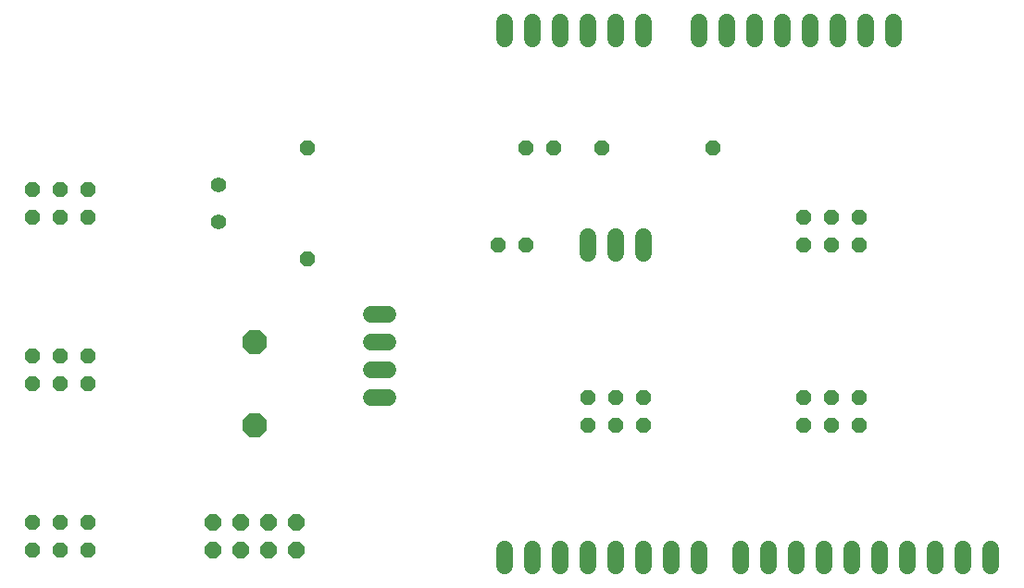
<source format=gbr>
G04 EAGLE Gerber RS-274X export*
G75*
%MOMM*%
%FSLAX34Y34*%
%LPD*%
%INSolderpaste Bottom*%
%IPPOS*%
%AMOC8*
5,1,8,0,0,1.08239X$1,22.5*%
G01*
%ADD10C,1.400000*%
%ADD11P,1.429621X8X112.500000*%
%ADD12P,1.539592X8X22.500000*%
%ADD13C,1.524000*%
%ADD14P,1.649562X8X22.500000*%
%ADD15P,2.336880X8X112.500000*%
%ADD16C,1.508000*%
%ADD17P,1.429621X8X202.500000*%


D10*
X246380Y385300D03*
X246380Y351300D03*
D11*
X327660Y317500D03*
X327660Y419100D03*
D12*
X76200Y355600D03*
X76200Y381000D03*
X101600Y355600D03*
X101600Y381000D03*
X127000Y355600D03*
X127000Y381000D03*
X76200Y203200D03*
X76200Y228600D03*
X101600Y203200D03*
X101600Y228600D03*
X127000Y203200D03*
X127000Y228600D03*
X76200Y50800D03*
X76200Y76200D03*
X101600Y50800D03*
X101600Y76200D03*
X127000Y50800D03*
X127000Y76200D03*
D13*
X386080Y190500D02*
X401320Y190500D01*
X401320Y215900D02*
X386080Y215900D01*
X386080Y241300D02*
X401320Y241300D01*
X401320Y266700D02*
X386080Y266700D01*
D14*
X241300Y50800D03*
X266700Y50800D03*
X292100Y50800D03*
X317500Y50800D03*
X241300Y76200D03*
X266700Y76200D03*
X292100Y76200D03*
X317500Y76200D03*
D15*
X279400Y165100D03*
X279400Y241300D03*
D13*
X508000Y52070D02*
X508000Y36830D01*
X533400Y36830D02*
X533400Y52070D01*
X558800Y52070D02*
X558800Y36830D01*
X584200Y36830D02*
X584200Y52070D01*
X609600Y52070D02*
X609600Y36830D01*
X635000Y36830D02*
X635000Y52070D01*
X660400Y52070D02*
X660400Y36830D01*
X685800Y36830D02*
X685800Y52070D01*
X723900Y52070D02*
X723900Y36830D01*
X749300Y36830D02*
X749300Y52070D01*
X774700Y52070D02*
X774700Y36830D01*
X800100Y36830D02*
X800100Y52070D01*
X825500Y52070D02*
X825500Y36830D01*
X850900Y36830D02*
X850900Y52070D01*
X876300Y52070D02*
X876300Y36830D01*
X901700Y36830D02*
X901700Y52070D01*
X635000Y519430D02*
X635000Y534670D01*
X609600Y534670D02*
X609600Y519430D01*
X584200Y519430D02*
X584200Y534670D01*
X558800Y534670D02*
X558800Y519430D01*
X533400Y519430D02*
X533400Y534670D01*
X508000Y534670D02*
X508000Y519430D01*
X812800Y519430D02*
X812800Y534670D01*
X787400Y534670D02*
X787400Y519430D01*
X762000Y519430D02*
X762000Y534670D01*
X736600Y534670D02*
X736600Y519430D01*
X711200Y519430D02*
X711200Y534670D01*
X685800Y534670D02*
X685800Y519430D01*
D12*
X781050Y330200D03*
X781050Y355600D03*
X806450Y330200D03*
X806450Y355600D03*
X831850Y330200D03*
X831850Y355600D03*
X584200Y165100D03*
X584200Y190500D03*
X609600Y165100D03*
X609600Y190500D03*
X635000Y165100D03*
X635000Y190500D03*
X781050Y165100D03*
X781050Y190500D03*
X806450Y165100D03*
X806450Y190500D03*
X831850Y165100D03*
X831850Y190500D03*
D16*
X584200Y322660D02*
X584200Y337740D01*
X609600Y337740D02*
X609600Y322660D01*
X635000Y322660D02*
X635000Y337740D01*
D17*
X698500Y419100D03*
X596900Y419100D03*
X552450Y419100D03*
X527050Y419100D03*
D13*
X927100Y52070D02*
X927100Y36830D01*
X952500Y36830D02*
X952500Y52070D01*
X838200Y519430D02*
X838200Y534670D01*
X863600Y534670D02*
X863600Y519430D01*
D17*
X527050Y330200D03*
X501650Y330200D03*
M02*

</source>
